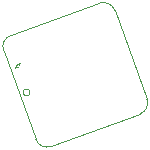
<source format=gtl>
%MOMM*%
%FSLAX34Y34*%
%IPPOS*%
%ADD10C,0*%
G75*
%LPD*%
D10*
G01*
X124805Y2611D02*
G75*
G01*
X49630Y-24751D01*
G02*
X36813Y-18774I-3420J9397D01*
G01*
X9451Y56401D01*
G02*
X15428Y69218I9397J3420D01*
G01*
X90603Y96580D01*
G02*
X103420Y90603I3420J-9397D01*
G01*
X130782Y15428D01*
G02*
X124805Y2611I-9397J-3420D01*
G01*
X23162Y45543D02*
G75*
G02*
X19006Y41831I-2819J-1026D01*
G01*
X20343Y44517D01*
G01*
X23162Y45543D01*
G01*
X31749Y21950D02*
G75*
G03*
X31749Y21950I-2819J-1026D01*
M02*

</source>
